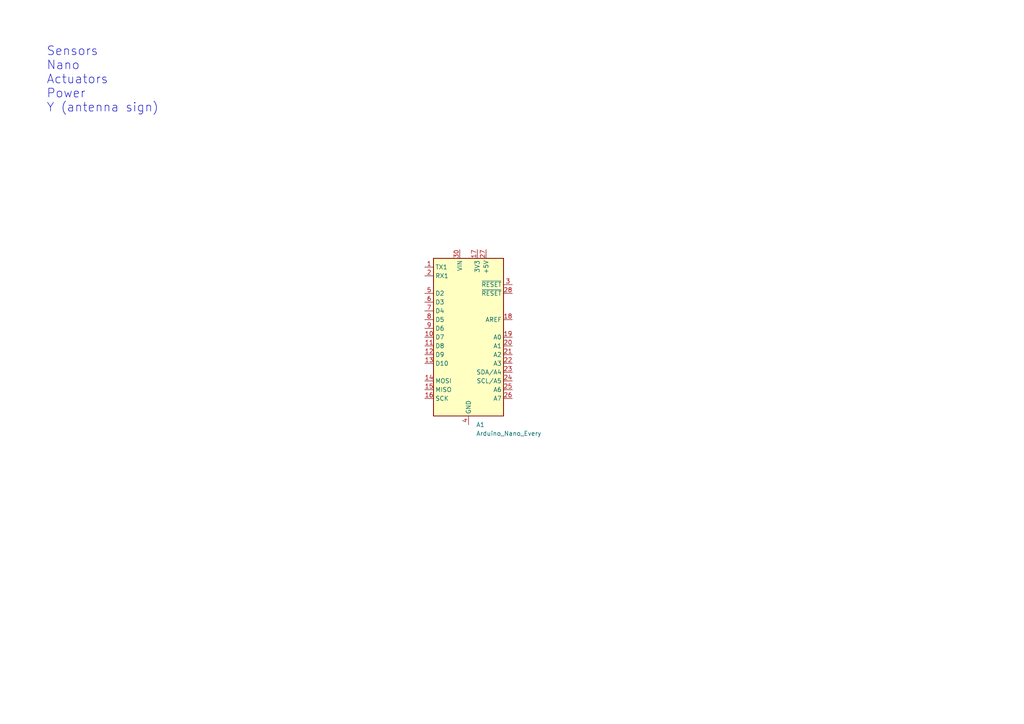
<source format=kicad_sch>
(kicad_sch (version 20231120) (generator "eeschema") (generator_version "8.0")
  (paper "A4")
  (lib_symbols
    (symbol "MCU_Module:Arduino_Nano_Every"
      (property "Reference" "A" (at -10.16 23.495 0))
      (property "Value" "Arduino_Nano_Every" (at 5.08 -24.13 0))
      (symbol "Arduino_Nano_Every_0_1"
        (rectangle (start -10.16 22.86) (end 10.16 -22.86) (stroke (width 0.254)) (fill (type background)))
      )
      (symbol "Arduino_Nano_Every_1_1"
        (pin bidirectional line (at -12.7 20.32 0) (length 2.54) (name "TX1") (number "1"))
        (pin bidirectional line (at -12.7 0 0) (length 2.54) (name "D7") (number "10"))
        (pin bidirectional line (at -12.7 -2.54 0) (length 2.54) (name "D8") (number "11"))
        (pin bidirectional line (at -12.7 -5.08 0) (length 2.54) (name "D9") (number "12"))
        (pin bidirectional line (at -12.7 -7.62 0) (length 2.54) (name "D10") (number "13"))
        (pin bidirectional line (at -12.7 -12.7 0) (length 2.54) (name "MOSI") (number "14"))
        (pin bidirectional line (at -12.7 -15.24 0) (length 2.54) (name "MISO") (number "15"))
        (pin bidirectional line (at -12.7 -17.78 0) (length 2.54) (name "SCK") (number "16"))
        (pin power_out line (at 2.54 25.4 270) (length 2.54) (name "3V3") (number "17"))
        (pin input line (at 12.7 5.08 180) (length 2.54) (name "AREF") (number "18"))
        (pin bidirectional line (at 12.7 0 180) (length 2.54) (name "A0") (number "19"))
        (pin bidirectional line (at -12.7 17.78 0) (length 2.54) (name "RX1") (number "2"))
        (pin bidirectional line (at 12.7 -2.54 180) (length 2.54) (name "A1") (number "20"))
        (pin bidirectional line (at 12.7 -5.08 180) (length 2.54) (name "A2") (number "21"))
        (pin bidirectional line (at 12.7 -7.62 180) (length 2.54) (name "A3") (number "22"))
        (pin bidirectional line (at 12.7 -10.16 180) (length 2.54) (name "SDA/A4") (number "23"))
        (pin bidirectional line (at 12.7 -12.7 180) (length 2.54) (name "SCL/A5") (number "24"))
        (pin bidirectional line (at 12.7 -15.24 180) (length 2.54) (name "A6") (number "25"))
        (pin bidirectional line (at 12.7 -17.78 180) (length 2.54) (name "A7") (number "26"))
        (pin power_out line (at 5.08 25.4 270) (length 2.54) (name "+5V") (number "27"))
        (pin input line (at 12.7 12.7 180) (length 2.54) (name "~{RESET}") (number "28"))
        (pin passive line (at 0 -25.4 90) (length 2.54) hide (name "GND") (number "29"))
        (pin input line (at 12.7 15.24 180) (length 2.54) (name "~{RESET}") (number "3"))
        (pin power_in line (at -2.54 25.4 270) (length 2.54) (name "VIN") (number "30"))
        (pin power_in line (at 0 -25.4 90) (length 2.54) (name "GND") (number "4"))
        (pin bidirectional line (at -12.7 12.7 0) (length 2.54) (name "D2") (number "5"))
        (pin bidirectional line (at -12.7 10.16 0) (length 2.54) (name "D3") (number "6"))
        (pin bidirectional line (at -12.7 7.62 0) (length 2.54) (name "D4") (number "7"))
        (pin bidirectional line (at -12.7 5.08 0) (length 2.54) (name "D5") (number "8"))
        (pin bidirectional line (at -12.7 2.54 0) (length 2.54) (name "D6") (number "9"))
      )
    )
  )
  (text "Sensors\nNano\nActuators\nPower\nY (antenna sign)" (at 13.462 23.114 0) (effects (font (size 2.54 2.54)) (justify left)))
  (symbol (lib_id "MCU_Module:Arduino_Nano_Every") (at 135.89 97.79 0) (unit 1)
    (property "Reference" "A1" (at 138.0841 123.19 0) (effects (justify left)))
    (property "Value" "Arduino_Nano_Every" (at 138.0841 125.73 0) (effects (justify left)))
    (property "Footprint" "Module:Arduino_Nano" (effects (hide yes)))
    (property "Datasheet" "https://content.arduino.cc/assets/NANOEveryV3.0_sch.pdf" (effects (hide yes)))
    (property "Description" "Arduino Nano Every" (effects (hide yes)))
  )
)
</source>
